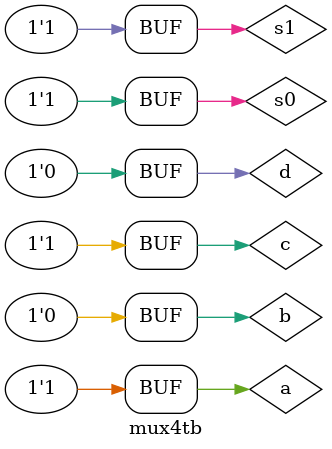
<source format=v>
`timescale 1ns / 1ps


module mux4tb;

	// Inputs
	reg a;
	reg b;
	reg c;
	reg d;
	reg s0;
	reg s1;

	// Outputs
	wire y;

	// Instantiate the Unit Under Test (UUT)
	mux4 uut (
		.a(a), 
		.b(b), 
		.c(c), 
		.d(d), 
		.s0(s0), 
		.s1(s1), 
		.y(y)
	);

	initial begin
		// Initialize Inputs
		a = 1;
		b = 0;
		c = 1;
		d = 0;
		s0 = 0;
		s1 = 0;

		// Wait 100 ns for global reset to finish
		#100;s1 = 0;s0 = 1;
        		#100;s1 = 1;s0 = 0;
		#100;s1 = 1;s0 = 1;

		// Add stimulus here

	end
      
endmodule


</source>
